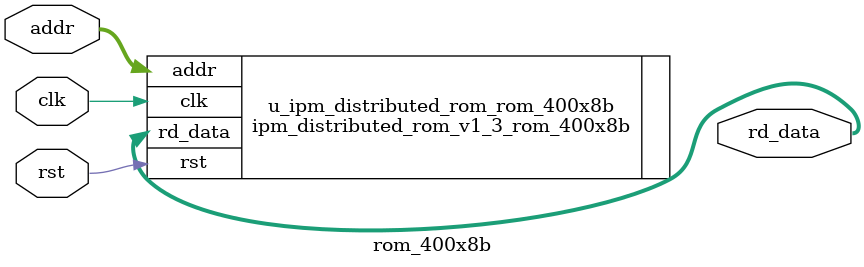
<source format=v>


`timescale 1 ns / 1 ps
module rom_400x8b
    (
     addr        ,
     rst         ,
     clk         ,
     rd_data
    );

    localparam ADDR_WIDTH = 9 ; //@IPC int 4,10

    localparam DATA_WIDTH = 8 ; //@IPC int 1,256

    localparam RST_TYPE = "ASYNC" ; //@IPC enum ASYNC,SYNC

    localparam OUT_REG = 0 ; //@IPC bool

    localparam INIT_ENABLE = 1 ; //@IPC bool

    localparam INIT_FILE = "rom_400x8b_rom_400x8b.dat" ; //@IPC string

    localparam FILE_FORMAT = "HEX" ; //@IPC enum BIN,HEX


     output   wire  [DATA_WIDTH-1:0]       rd_data ;
     input    wire  [ADDR_WIDTH-1:0]       addr    ;
     input                                 clk     ;
     input                                 rst     ;

ipm_distributed_rom_v1_3_rom_400x8b
   #(
     .ADDR_WIDTH    (ADDR_WIDTH     ), //address width   range:4-10
     .DATA_WIDTH    (DATA_WIDTH     ), //data width      range:4-256
     .RST_TYPE      (RST_TYPE       ), //reset type   "ASYNC_RESET" "SYNC_RESET"
     .OUT_REG       (OUT_REG        ), //output options :non_register(0)  register(1)
     .INIT_FILE     (INIT_FILE      ), //legal value:"NONE" or "initial file name"
     .FILE_FORMAT   (FILE_FORMAT    )  //initial data format : "bin" or "hex"
    )u_ipm_distributed_rom_rom_400x8b
    (
     .rd_data       (rd_data        ),
     .addr          (addr           ),
     .clk           (clk            ),
     .rst           (rst            )

    );
endmodule

</source>
